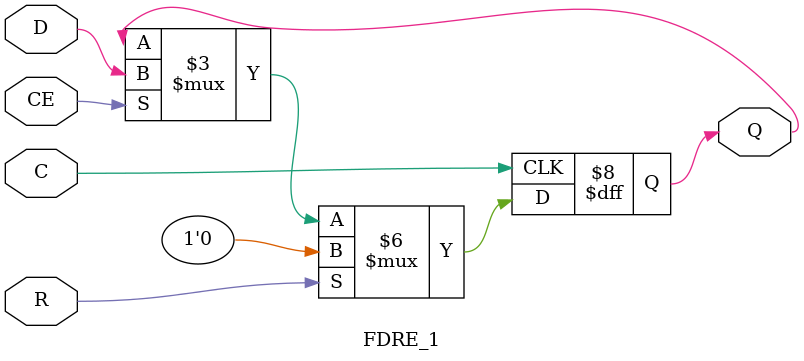
<source format=v>
module FDRE_1 (
  output reg Q,
  (* clkbuf_sink *)
  input C,
  input CE,
  input D,
  input R
);
  parameter [0:0] INIT = 1'b0;
  initial Q <= INIT;
  always @(negedge C) if (R) Q <= 1'b0; else if (CE) Q <= D;
  specify
    // https://github.com/SymbiFlow/prjxray-db/blob/23c8b0851f979f0799318eaca90174413a46b257/artix7/timings/slicel.sdf#L249
    $setup(D , negedge C &&& CE, /*-46*/ 0); // Negative times not currently supported
    // https://github.com/SymbiFlow/prjxray-db/blob/23c8b0851f979f0799318eaca90174413a46b257/artix7/timings/slicel.sdf#L248
    $setup(CE, negedge C, 109);
    // https://github.com/SymbiFlow/prjxray-db/blob/23c8b0851f979f0799318eaca90174413a46b257/artix7/timings/slicel.sdf#L274
    $setup(R , negedge C, 404);    // https://github.com/SymbiFlow/prjxray-db/blob/34ea6eb08a63d21ec16264ad37a0a7b142ff6031/artix7/timings/CLBLL_L.sdf#L243
    if (R)        (negedge C => (Q : 1'b0)) = 303;
    if (!R && CE) (negedge C => (Q : D)) = 303;
  endspecify
endmodule
</source>
